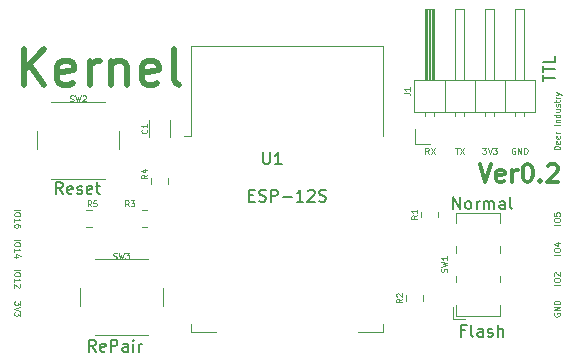
<source format=gto>
%TF.GenerationSoftware,KiCad,Pcbnew,(5.1.9-0-10_14)*%
%TF.CreationDate,2021-03-23T08:31:54+08:00*%
%TF.ProjectId,Kernel,4b65726e-656c-42e6-9b69-6361645f7063,rev?*%
%TF.SameCoordinates,Original*%
%TF.FileFunction,Legend,Top*%
%TF.FilePolarity,Positive*%
%FSLAX46Y46*%
G04 Gerber Fmt 4.6, Leading zero omitted, Abs format (unit mm)*
G04 Created by KiCad (PCBNEW (5.1.9-0-10_14)) date 2021-03-23 08:31:54*
%MOMM*%
%LPD*%
G01*
G04 APERTURE LIST*
%ADD10C,0.100000*%
%ADD11C,0.300000*%
%ADD12C,0.125000*%
%ADD13C,0.500000*%
%ADD14C,0.200000*%
%ADD15C,0.120000*%
%ADD16C,0.150000*%
G04 APERTURE END LIST*
D10*
X120241190Y-39857857D02*
X119741190Y-39857857D01*
X119741190Y-39738809D01*
X119765000Y-39667380D01*
X119812619Y-39619761D01*
X119860238Y-39595952D01*
X119955476Y-39572142D01*
X120026904Y-39572142D01*
X120122142Y-39595952D01*
X120169761Y-39619761D01*
X120217380Y-39667380D01*
X120241190Y-39738809D01*
X120241190Y-39857857D01*
X120217380Y-39167380D02*
X120241190Y-39215000D01*
X120241190Y-39310238D01*
X120217380Y-39357857D01*
X120169761Y-39381666D01*
X119979285Y-39381666D01*
X119931666Y-39357857D01*
X119907857Y-39310238D01*
X119907857Y-39215000D01*
X119931666Y-39167380D01*
X119979285Y-39143571D01*
X120026904Y-39143571D01*
X120074523Y-39381666D01*
X120217380Y-38738809D02*
X120241190Y-38786428D01*
X120241190Y-38881666D01*
X120217380Y-38929285D01*
X120169761Y-38953095D01*
X119979285Y-38953095D01*
X119931666Y-38929285D01*
X119907857Y-38881666D01*
X119907857Y-38786428D01*
X119931666Y-38738809D01*
X119979285Y-38715000D01*
X120026904Y-38715000D01*
X120074523Y-38953095D01*
X120241190Y-38500714D02*
X119907857Y-38500714D01*
X120003095Y-38500714D02*
X119955476Y-38476904D01*
X119931666Y-38453095D01*
X119907857Y-38405476D01*
X119907857Y-38357857D01*
X120241190Y-37810238D02*
X119741190Y-37810238D01*
X119907857Y-37572142D02*
X120241190Y-37572142D01*
X119955476Y-37572142D02*
X119931666Y-37548333D01*
X119907857Y-37500714D01*
X119907857Y-37429285D01*
X119931666Y-37381666D01*
X119979285Y-37357857D01*
X120241190Y-37357857D01*
X120241190Y-36905476D02*
X119741190Y-36905476D01*
X120217380Y-36905476D02*
X120241190Y-36953095D01*
X120241190Y-37048333D01*
X120217380Y-37095952D01*
X120193571Y-37119761D01*
X120145952Y-37143571D01*
X120003095Y-37143571D01*
X119955476Y-37119761D01*
X119931666Y-37095952D01*
X119907857Y-37048333D01*
X119907857Y-36953095D01*
X119931666Y-36905476D01*
X119907857Y-36453095D02*
X120241190Y-36453095D01*
X119907857Y-36667380D02*
X120169761Y-36667380D01*
X120217380Y-36643571D01*
X120241190Y-36595952D01*
X120241190Y-36524523D01*
X120217380Y-36476904D01*
X120193571Y-36453095D01*
X120217380Y-36238809D02*
X120241190Y-36191190D01*
X120241190Y-36095952D01*
X120217380Y-36048333D01*
X120169761Y-36024523D01*
X120145952Y-36024523D01*
X120098333Y-36048333D01*
X120074523Y-36095952D01*
X120074523Y-36167380D01*
X120050714Y-36215000D01*
X120003095Y-36238809D01*
X119979285Y-36238809D01*
X119931666Y-36215000D01*
X119907857Y-36167380D01*
X119907857Y-36095952D01*
X119931666Y-36048333D01*
X119907857Y-35881666D02*
X119907857Y-35691190D01*
X119741190Y-35810238D02*
X120169761Y-35810238D01*
X120217380Y-35786428D01*
X120241190Y-35738809D01*
X120241190Y-35691190D01*
X120241190Y-35524523D02*
X119907857Y-35524523D01*
X120003095Y-35524523D02*
X119955476Y-35500714D01*
X119931666Y-35476904D01*
X119907857Y-35429285D01*
X119907857Y-35381666D01*
X119907857Y-35262619D02*
X120241190Y-35143571D01*
X119907857Y-35024523D02*
X120241190Y-35143571D01*
X120360238Y-35191190D01*
X120384047Y-35215000D01*
X120407857Y-35262619D01*
D11*
X113447142Y-41088571D02*
X113947142Y-42588571D01*
X114447142Y-41088571D01*
X115518571Y-42517142D02*
X115375714Y-42588571D01*
X115090000Y-42588571D01*
X114947142Y-42517142D01*
X114875714Y-42374285D01*
X114875714Y-41802857D01*
X114947142Y-41660000D01*
X115090000Y-41588571D01*
X115375714Y-41588571D01*
X115518571Y-41660000D01*
X115590000Y-41802857D01*
X115590000Y-41945714D01*
X114875714Y-42088571D01*
X116232857Y-42588571D02*
X116232857Y-41588571D01*
X116232857Y-41874285D02*
X116304285Y-41731428D01*
X116375714Y-41660000D01*
X116518571Y-41588571D01*
X116661428Y-41588571D01*
X117447142Y-41088571D02*
X117590000Y-41088571D01*
X117732857Y-41160000D01*
X117804285Y-41231428D01*
X117875714Y-41374285D01*
X117947142Y-41660000D01*
X117947142Y-42017142D01*
X117875714Y-42302857D01*
X117804285Y-42445714D01*
X117732857Y-42517142D01*
X117590000Y-42588571D01*
X117447142Y-42588571D01*
X117304285Y-42517142D01*
X117232857Y-42445714D01*
X117161428Y-42302857D01*
X117090000Y-42017142D01*
X117090000Y-41660000D01*
X117161428Y-41374285D01*
X117232857Y-41231428D01*
X117304285Y-41160000D01*
X117447142Y-41088571D01*
X118590000Y-42445714D02*
X118661428Y-42517142D01*
X118590000Y-42588571D01*
X118518571Y-42517142D01*
X118590000Y-42445714D01*
X118590000Y-42588571D01*
X119232857Y-41231428D02*
X119304285Y-41160000D01*
X119447142Y-41088571D01*
X119804285Y-41088571D01*
X119947142Y-41160000D01*
X120018571Y-41231428D01*
X120090000Y-41374285D01*
X120090000Y-41517142D01*
X120018571Y-41731428D01*
X119161428Y-42588571D01*
X120090000Y-42588571D01*
D12*
X116459047Y-39755000D02*
X116411428Y-39731190D01*
X116340000Y-39731190D01*
X116268571Y-39755000D01*
X116220952Y-39802619D01*
X116197142Y-39850238D01*
X116173333Y-39945476D01*
X116173333Y-40016904D01*
X116197142Y-40112142D01*
X116220952Y-40159761D01*
X116268571Y-40207380D01*
X116340000Y-40231190D01*
X116387619Y-40231190D01*
X116459047Y-40207380D01*
X116482857Y-40183571D01*
X116482857Y-40016904D01*
X116387619Y-40016904D01*
X116697142Y-40231190D02*
X116697142Y-39731190D01*
X116982857Y-40231190D01*
X116982857Y-39731190D01*
X117220952Y-40231190D02*
X117220952Y-39731190D01*
X117340000Y-39731190D01*
X117411428Y-39755000D01*
X117459047Y-39802619D01*
X117482857Y-39850238D01*
X117506666Y-39945476D01*
X117506666Y-40016904D01*
X117482857Y-40112142D01*
X117459047Y-40159761D01*
X117411428Y-40207380D01*
X117340000Y-40231190D01*
X117220952Y-40231190D01*
X113680952Y-39731190D02*
X113990476Y-39731190D01*
X113823809Y-39921666D01*
X113895238Y-39921666D01*
X113942857Y-39945476D01*
X113966666Y-39969285D01*
X113990476Y-40016904D01*
X113990476Y-40135952D01*
X113966666Y-40183571D01*
X113942857Y-40207380D01*
X113895238Y-40231190D01*
X113752380Y-40231190D01*
X113704761Y-40207380D01*
X113680952Y-40183571D01*
X114133333Y-39731190D02*
X114300000Y-40231190D01*
X114466666Y-39731190D01*
X114585714Y-39731190D02*
X114895238Y-39731190D01*
X114728571Y-39921666D01*
X114800000Y-39921666D01*
X114847619Y-39945476D01*
X114871428Y-39969285D01*
X114895238Y-40016904D01*
X114895238Y-40135952D01*
X114871428Y-40183571D01*
X114847619Y-40207380D01*
X114800000Y-40231190D01*
X114657142Y-40231190D01*
X114609523Y-40207380D01*
X114585714Y-40183571D01*
X109136666Y-40231190D02*
X108970000Y-39993095D01*
X108850952Y-40231190D02*
X108850952Y-39731190D01*
X109041428Y-39731190D01*
X109089047Y-39755000D01*
X109112857Y-39778809D01*
X109136666Y-39826428D01*
X109136666Y-39897857D01*
X109112857Y-39945476D01*
X109089047Y-39969285D01*
X109041428Y-39993095D01*
X108850952Y-39993095D01*
X109303333Y-39731190D02*
X109636666Y-40231190D01*
X109636666Y-39731190D02*
X109303333Y-40231190D01*
X111379047Y-39731190D02*
X111664761Y-39731190D01*
X111521904Y-40231190D02*
X111521904Y-39731190D01*
X111783809Y-39731190D02*
X112117142Y-40231190D01*
X112117142Y-39731190D02*
X111783809Y-40231190D01*
D13*
X74851428Y-34377142D02*
X74851428Y-31377142D01*
X76565714Y-34377142D02*
X75280000Y-32662857D01*
X76565714Y-31377142D02*
X74851428Y-33091428D01*
X78994285Y-34234285D02*
X78708571Y-34377142D01*
X78137142Y-34377142D01*
X77851428Y-34234285D01*
X77708571Y-33948571D01*
X77708571Y-32805714D01*
X77851428Y-32520000D01*
X78137142Y-32377142D01*
X78708571Y-32377142D01*
X78994285Y-32520000D01*
X79137142Y-32805714D01*
X79137142Y-33091428D01*
X77708571Y-33377142D01*
X80422857Y-34377142D02*
X80422857Y-32377142D01*
X80422857Y-32948571D02*
X80565714Y-32662857D01*
X80708571Y-32520000D01*
X80994285Y-32377142D01*
X81280000Y-32377142D01*
X82280000Y-32377142D02*
X82280000Y-34377142D01*
X82280000Y-32662857D02*
X82422857Y-32520000D01*
X82708571Y-32377142D01*
X83137142Y-32377142D01*
X83422857Y-32520000D01*
X83565714Y-32805714D01*
X83565714Y-34377142D01*
X86137142Y-34234285D02*
X85851428Y-34377142D01*
X85280000Y-34377142D01*
X84994285Y-34234285D01*
X84851428Y-33948571D01*
X84851428Y-32805714D01*
X84994285Y-32520000D01*
X85280000Y-32377142D01*
X85851428Y-32377142D01*
X86137142Y-32520000D01*
X86280000Y-32805714D01*
X86280000Y-33091428D01*
X84851428Y-33377142D01*
X87994285Y-34377142D02*
X87708571Y-34234285D01*
X87565714Y-33948571D01*
X87565714Y-31377142D01*
D14*
X111236428Y-44902380D02*
X111236428Y-43902380D01*
X111807857Y-44902380D01*
X111807857Y-43902380D01*
X112426904Y-44902380D02*
X112331666Y-44854761D01*
X112284047Y-44807142D01*
X112236428Y-44711904D01*
X112236428Y-44426190D01*
X112284047Y-44330952D01*
X112331666Y-44283333D01*
X112426904Y-44235714D01*
X112569761Y-44235714D01*
X112665000Y-44283333D01*
X112712619Y-44330952D01*
X112760238Y-44426190D01*
X112760238Y-44711904D01*
X112712619Y-44807142D01*
X112665000Y-44854761D01*
X112569761Y-44902380D01*
X112426904Y-44902380D01*
X113188809Y-44902380D02*
X113188809Y-44235714D01*
X113188809Y-44426190D02*
X113236428Y-44330952D01*
X113284047Y-44283333D01*
X113379285Y-44235714D01*
X113474523Y-44235714D01*
X113807857Y-44902380D02*
X113807857Y-44235714D01*
X113807857Y-44330952D02*
X113855476Y-44283333D01*
X113950714Y-44235714D01*
X114093571Y-44235714D01*
X114188809Y-44283333D01*
X114236428Y-44378571D01*
X114236428Y-44902380D01*
X114236428Y-44378571D02*
X114284047Y-44283333D01*
X114379285Y-44235714D01*
X114522142Y-44235714D01*
X114617380Y-44283333D01*
X114665000Y-44378571D01*
X114665000Y-44902380D01*
X115569761Y-44902380D02*
X115569761Y-44378571D01*
X115522142Y-44283333D01*
X115426904Y-44235714D01*
X115236428Y-44235714D01*
X115141190Y-44283333D01*
X115569761Y-44854761D02*
X115474523Y-44902380D01*
X115236428Y-44902380D01*
X115141190Y-44854761D01*
X115093571Y-44759523D01*
X115093571Y-44664285D01*
X115141190Y-44569047D01*
X115236428Y-44521428D01*
X115474523Y-44521428D01*
X115569761Y-44473809D01*
X116188809Y-44902380D02*
X116093571Y-44854761D01*
X116045952Y-44759523D01*
X116045952Y-43902380D01*
X112236428Y-55173571D02*
X111903095Y-55173571D01*
X111903095Y-55697380D02*
X111903095Y-54697380D01*
X112379285Y-54697380D01*
X112903095Y-55697380D02*
X112807857Y-55649761D01*
X112760238Y-55554523D01*
X112760238Y-54697380D01*
X113712619Y-55697380D02*
X113712619Y-55173571D01*
X113665000Y-55078333D01*
X113569761Y-55030714D01*
X113379285Y-55030714D01*
X113284047Y-55078333D01*
X113712619Y-55649761D02*
X113617380Y-55697380D01*
X113379285Y-55697380D01*
X113284047Y-55649761D01*
X113236428Y-55554523D01*
X113236428Y-55459285D01*
X113284047Y-55364047D01*
X113379285Y-55316428D01*
X113617380Y-55316428D01*
X113712619Y-55268809D01*
X114141190Y-55649761D02*
X114236428Y-55697380D01*
X114426904Y-55697380D01*
X114522142Y-55649761D01*
X114569761Y-55554523D01*
X114569761Y-55506904D01*
X114522142Y-55411666D01*
X114426904Y-55364047D01*
X114284047Y-55364047D01*
X114188809Y-55316428D01*
X114141190Y-55221190D01*
X114141190Y-55173571D01*
X114188809Y-55078333D01*
X114284047Y-55030714D01*
X114426904Y-55030714D01*
X114522142Y-55078333D01*
X114998333Y-55697380D02*
X114998333Y-54697380D01*
X115426904Y-55697380D02*
X115426904Y-55173571D01*
X115379285Y-55078333D01*
X115284047Y-55030714D01*
X115141190Y-55030714D01*
X115045952Y-55078333D01*
X114998333Y-55125952D01*
D12*
X119765000Y-53720952D02*
X119741190Y-53768571D01*
X119741190Y-53840000D01*
X119765000Y-53911428D01*
X119812619Y-53959047D01*
X119860238Y-53982857D01*
X119955476Y-54006666D01*
X120026904Y-54006666D01*
X120122142Y-53982857D01*
X120169761Y-53959047D01*
X120217380Y-53911428D01*
X120241190Y-53840000D01*
X120241190Y-53792380D01*
X120217380Y-53720952D01*
X120193571Y-53697142D01*
X120026904Y-53697142D01*
X120026904Y-53792380D01*
X120241190Y-53482857D02*
X119741190Y-53482857D01*
X120241190Y-53197142D01*
X119741190Y-53197142D01*
X120241190Y-52959047D02*
X119741190Y-52959047D01*
X119741190Y-52840000D01*
X119765000Y-52768571D01*
X119812619Y-52720952D01*
X119860238Y-52697142D01*
X119955476Y-52673333D01*
X120026904Y-52673333D01*
X120122142Y-52697142D01*
X120169761Y-52720952D01*
X120217380Y-52768571D01*
X120241190Y-52840000D01*
X120241190Y-52959047D01*
X120241190Y-51300000D02*
X119741190Y-51300000D01*
X119741190Y-50966666D02*
X119741190Y-50871428D01*
X119765000Y-50823809D01*
X119812619Y-50776190D01*
X119907857Y-50752380D01*
X120074523Y-50752380D01*
X120169761Y-50776190D01*
X120217380Y-50823809D01*
X120241190Y-50871428D01*
X120241190Y-50966666D01*
X120217380Y-51014285D01*
X120169761Y-51061904D01*
X120074523Y-51085714D01*
X119907857Y-51085714D01*
X119812619Y-51061904D01*
X119765000Y-51014285D01*
X119741190Y-50966666D01*
X119788809Y-50561904D02*
X119765000Y-50538095D01*
X119741190Y-50490476D01*
X119741190Y-50371428D01*
X119765000Y-50323809D01*
X119788809Y-50300000D01*
X119836428Y-50276190D01*
X119884047Y-50276190D01*
X119955476Y-50300000D01*
X120241190Y-50585714D01*
X120241190Y-50276190D01*
X120241190Y-48760000D02*
X119741190Y-48760000D01*
X119741190Y-48426666D02*
X119741190Y-48331428D01*
X119765000Y-48283809D01*
X119812619Y-48236190D01*
X119907857Y-48212380D01*
X120074523Y-48212380D01*
X120169761Y-48236190D01*
X120217380Y-48283809D01*
X120241190Y-48331428D01*
X120241190Y-48426666D01*
X120217380Y-48474285D01*
X120169761Y-48521904D01*
X120074523Y-48545714D01*
X119907857Y-48545714D01*
X119812619Y-48521904D01*
X119765000Y-48474285D01*
X119741190Y-48426666D01*
X119907857Y-47783809D02*
X120241190Y-47783809D01*
X119717380Y-47902857D02*
X120074523Y-48021904D01*
X120074523Y-47712380D01*
X120241190Y-46220000D02*
X119741190Y-46220000D01*
X119741190Y-45886666D02*
X119741190Y-45791428D01*
X119765000Y-45743809D01*
X119812619Y-45696190D01*
X119907857Y-45672380D01*
X120074523Y-45672380D01*
X120169761Y-45696190D01*
X120217380Y-45743809D01*
X120241190Y-45791428D01*
X120241190Y-45886666D01*
X120217380Y-45934285D01*
X120169761Y-45981904D01*
X120074523Y-46005714D01*
X119907857Y-46005714D01*
X119812619Y-45981904D01*
X119765000Y-45934285D01*
X119741190Y-45886666D01*
X119741190Y-45220000D02*
X119741190Y-45458095D01*
X119979285Y-45481904D01*
X119955476Y-45458095D01*
X119931666Y-45410476D01*
X119931666Y-45291428D01*
X119955476Y-45243809D01*
X119979285Y-45220000D01*
X120026904Y-45196190D01*
X120145952Y-45196190D01*
X120193571Y-45220000D01*
X120217380Y-45243809D01*
X120241190Y-45291428D01*
X120241190Y-45410476D01*
X120217380Y-45458095D01*
X120193571Y-45481904D01*
X74568809Y-52720952D02*
X74568809Y-53030476D01*
X74378333Y-52863809D01*
X74378333Y-52935238D01*
X74354523Y-52982857D01*
X74330714Y-53006666D01*
X74283095Y-53030476D01*
X74164047Y-53030476D01*
X74116428Y-53006666D01*
X74092619Y-52982857D01*
X74068809Y-52935238D01*
X74068809Y-52792380D01*
X74092619Y-52744761D01*
X74116428Y-52720952D01*
X74568809Y-53173333D02*
X74068809Y-53340000D01*
X74568809Y-53506666D01*
X74568809Y-53625714D02*
X74568809Y-53935238D01*
X74378333Y-53768571D01*
X74378333Y-53840000D01*
X74354523Y-53887619D01*
X74330714Y-53911428D01*
X74283095Y-53935238D01*
X74164047Y-53935238D01*
X74116428Y-53911428D01*
X74092619Y-53887619D01*
X74068809Y-53840000D01*
X74068809Y-53697142D01*
X74092619Y-53649523D01*
X74116428Y-53625714D01*
X74068809Y-50061904D02*
X74568809Y-50061904D01*
X74568809Y-50395238D02*
X74568809Y-50490476D01*
X74545000Y-50538095D01*
X74497380Y-50585714D01*
X74402142Y-50609523D01*
X74235476Y-50609523D01*
X74140238Y-50585714D01*
X74092619Y-50538095D01*
X74068809Y-50490476D01*
X74068809Y-50395238D01*
X74092619Y-50347619D01*
X74140238Y-50300000D01*
X74235476Y-50276190D01*
X74402142Y-50276190D01*
X74497380Y-50300000D01*
X74545000Y-50347619D01*
X74568809Y-50395238D01*
X74068809Y-51085714D02*
X74068809Y-50800000D01*
X74068809Y-50942857D02*
X74568809Y-50942857D01*
X74497380Y-50895238D01*
X74449761Y-50847619D01*
X74425952Y-50800000D01*
X74521190Y-51276190D02*
X74545000Y-51300000D01*
X74568809Y-51347619D01*
X74568809Y-51466666D01*
X74545000Y-51514285D01*
X74521190Y-51538095D01*
X74473571Y-51561904D01*
X74425952Y-51561904D01*
X74354523Y-51538095D01*
X74068809Y-51252380D01*
X74068809Y-51561904D01*
X74068809Y-47521904D02*
X74568809Y-47521904D01*
X74568809Y-47855238D02*
X74568809Y-47950476D01*
X74545000Y-47998095D01*
X74497380Y-48045714D01*
X74402142Y-48069523D01*
X74235476Y-48069523D01*
X74140238Y-48045714D01*
X74092619Y-47998095D01*
X74068809Y-47950476D01*
X74068809Y-47855238D01*
X74092619Y-47807619D01*
X74140238Y-47760000D01*
X74235476Y-47736190D01*
X74402142Y-47736190D01*
X74497380Y-47760000D01*
X74545000Y-47807619D01*
X74568809Y-47855238D01*
X74068809Y-48545714D02*
X74068809Y-48260000D01*
X74068809Y-48402857D02*
X74568809Y-48402857D01*
X74497380Y-48355238D01*
X74449761Y-48307619D01*
X74425952Y-48260000D01*
X74402142Y-48974285D02*
X74068809Y-48974285D01*
X74592619Y-48855238D02*
X74235476Y-48736190D01*
X74235476Y-49045714D01*
X74068809Y-44981904D02*
X74568809Y-44981904D01*
X74568809Y-45315238D02*
X74568809Y-45410476D01*
X74545000Y-45458095D01*
X74497380Y-45505714D01*
X74402142Y-45529523D01*
X74235476Y-45529523D01*
X74140238Y-45505714D01*
X74092619Y-45458095D01*
X74068809Y-45410476D01*
X74068809Y-45315238D01*
X74092619Y-45267619D01*
X74140238Y-45220000D01*
X74235476Y-45196190D01*
X74402142Y-45196190D01*
X74497380Y-45220000D01*
X74545000Y-45267619D01*
X74568809Y-45315238D01*
X74068809Y-46005714D02*
X74068809Y-45720000D01*
X74068809Y-45862857D02*
X74568809Y-45862857D01*
X74497380Y-45815238D01*
X74449761Y-45767619D01*
X74425952Y-45720000D01*
X74568809Y-46434285D02*
X74568809Y-46339047D01*
X74545000Y-46291428D01*
X74521190Y-46267619D01*
X74449761Y-46220000D01*
X74354523Y-46196190D01*
X74164047Y-46196190D01*
X74116428Y-46220000D01*
X74092619Y-46243809D01*
X74068809Y-46291428D01*
X74068809Y-46386666D01*
X74092619Y-46434285D01*
X74116428Y-46458095D01*
X74164047Y-46481904D01*
X74283095Y-46481904D01*
X74330714Y-46458095D01*
X74354523Y-46434285D01*
X74378333Y-46386666D01*
X74378333Y-46291428D01*
X74354523Y-46243809D01*
X74330714Y-46220000D01*
X74283095Y-46196190D01*
D15*
%TO.C,U1*%
X89035000Y-38680000D02*
X88425000Y-38680000D01*
X89035000Y-38680000D02*
X89035000Y-31060000D01*
X89035000Y-55300000D02*
X89035000Y-54680000D01*
X91155000Y-55300000D02*
X89035000Y-55300000D01*
X105275000Y-55300000D02*
X103155000Y-55300000D01*
X105275000Y-54680000D02*
X105275000Y-55300000D01*
X105275000Y-31060000D02*
X105275000Y-38680000D01*
X89035000Y-31060000D02*
X105275000Y-31060000D01*
%TO.C,SW3*%
X79610000Y-51610000D02*
X79610000Y-53110000D01*
X80860000Y-55610000D02*
X85360000Y-55610000D01*
X86610000Y-53110000D02*
X86610000Y-51610000D01*
X85360000Y-49110000D02*
X80860000Y-49110000D01*
%TO.C,SW2*%
X82950000Y-39830000D02*
X82950000Y-38330000D01*
X81700000Y-35830000D02*
X77200000Y-35830000D01*
X75950000Y-38330000D02*
X75950000Y-39830000D01*
X77200000Y-42330000D02*
X81700000Y-42330000D01*
%TO.C,J1*%
X107950000Y-39370000D02*
X107950000Y-38100000D01*
X109220000Y-39370000D02*
X107950000Y-39370000D01*
X117220000Y-37057071D02*
X117220000Y-36660000D01*
X116460000Y-37057071D02*
X116460000Y-36660000D01*
X117220000Y-28000000D02*
X117220000Y-34000000D01*
X116460000Y-28000000D02*
X117220000Y-28000000D01*
X116460000Y-34000000D02*
X116460000Y-28000000D01*
X115570000Y-36660000D02*
X115570000Y-34000000D01*
X114680000Y-37057071D02*
X114680000Y-36660000D01*
X113920000Y-37057071D02*
X113920000Y-36660000D01*
X114680000Y-28000000D02*
X114680000Y-34000000D01*
X113920000Y-28000000D02*
X114680000Y-28000000D01*
X113920000Y-34000000D02*
X113920000Y-28000000D01*
X113030000Y-36660000D02*
X113030000Y-34000000D01*
X112140000Y-37057071D02*
X112140000Y-36660000D01*
X111380000Y-37057071D02*
X111380000Y-36660000D01*
X112140000Y-28000000D02*
X112140000Y-34000000D01*
X111380000Y-28000000D02*
X112140000Y-28000000D01*
X111380000Y-34000000D02*
X111380000Y-28000000D01*
X110490000Y-36660000D02*
X110490000Y-34000000D01*
X109600000Y-36990000D02*
X109600000Y-36660000D01*
X108840000Y-36990000D02*
X108840000Y-36660000D01*
X109500000Y-34000000D02*
X109500000Y-28000000D01*
X109380000Y-34000000D02*
X109380000Y-28000000D01*
X109260000Y-34000000D02*
X109260000Y-28000000D01*
X109140000Y-34000000D02*
X109140000Y-28000000D01*
X109020000Y-34000000D02*
X109020000Y-28000000D01*
X108900000Y-34000000D02*
X108900000Y-28000000D01*
X109600000Y-28000000D02*
X109600000Y-34000000D01*
X108840000Y-28000000D02*
X109600000Y-28000000D01*
X108840000Y-34000000D02*
X108840000Y-28000000D01*
X107890000Y-34000000D02*
X107890000Y-36660000D01*
X118170000Y-34000000D02*
X107890000Y-34000000D01*
X118170000Y-36660000D02*
X118170000Y-34000000D01*
X107890000Y-36660000D02*
X118170000Y-36660000D01*
%TO.C,R5*%
X80594564Y-44985000D02*
X80140436Y-44985000D01*
X80594564Y-46455000D02*
X80140436Y-46455000D01*
%TO.C,SW1*%
X111485000Y-53920000D02*
X111485000Y-53070000D01*
X111485000Y-51070000D02*
X111485000Y-50540000D01*
X111485000Y-48600000D02*
X111485000Y-48040000D01*
X111485000Y-46100000D02*
X111485000Y-45220000D01*
X111485000Y-45220000D02*
X115185000Y-45220000D01*
X115185000Y-45220000D02*
X115185000Y-46090000D01*
X115185000Y-48050000D02*
X115185000Y-48600000D01*
X115185000Y-50540000D02*
X115185000Y-51100000D01*
X115185000Y-53040000D02*
X115185000Y-53920000D01*
X115185000Y-53920000D02*
X111485000Y-53920000D01*
X112185000Y-54220000D02*
X111185000Y-54220000D01*
X111185000Y-54220000D02*
X111185000Y-53220000D01*
%TO.C,R4*%
X87095000Y-42317936D02*
X87095000Y-42772064D01*
X85625000Y-42317936D02*
X85625000Y-42772064D01*
%TO.C,R3*%
X84862936Y-44985000D02*
X85317064Y-44985000D01*
X84862936Y-46455000D02*
X85317064Y-46455000D01*
%TO.C,R2*%
X107215000Y-52654564D02*
X107215000Y-52200436D01*
X108685000Y-52654564D02*
X108685000Y-52200436D01*
%TO.C,R1*%
X109955000Y-45135436D02*
X109955000Y-45589564D01*
X108485000Y-45135436D02*
X108485000Y-45589564D01*
%TO.C,C1*%
X85450000Y-38811252D02*
X85450000Y-37388748D01*
X87270000Y-38811252D02*
X87270000Y-37388748D01*
%TO.C,U1*%
D16*
X95123095Y-40092380D02*
X95123095Y-40901904D01*
X95170714Y-40997142D01*
X95218333Y-41044761D01*
X95313571Y-41092380D01*
X95504047Y-41092380D01*
X95599285Y-41044761D01*
X95646904Y-40997142D01*
X95694523Y-40901904D01*
X95694523Y-40092380D01*
X96694523Y-41092380D02*
X96123095Y-41092380D01*
X96408809Y-41092380D02*
X96408809Y-40092380D01*
X96313571Y-40235238D01*
X96218333Y-40330476D01*
X96123095Y-40378095D01*
X93916904Y-43743571D02*
X94250238Y-43743571D01*
X94393095Y-44267380D02*
X93916904Y-44267380D01*
X93916904Y-43267380D01*
X94393095Y-43267380D01*
X94774047Y-44219761D02*
X94916904Y-44267380D01*
X95155000Y-44267380D01*
X95250238Y-44219761D01*
X95297857Y-44172142D01*
X95345476Y-44076904D01*
X95345476Y-43981666D01*
X95297857Y-43886428D01*
X95250238Y-43838809D01*
X95155000Y-43791190D01*
X94964523Y-43743571D01*
X94869285Y-43695952D01*
X94821666Y-43648333D01*
X94774047Y-43553095D01*
X94774047Y-43457857D01*
X94821666Y-43362619D01*
X94869285Y-43315000D01*
X94964523Y-43267380D01*
X95202619Y-43267380D01*
X95345476Y-43315000D01*
X95774047Y-44267380D02*
X95774047Y-43267380D01*
X96155000Y-43267380D01*
X96250238Y-43315000D01*
X96297857Y-43362619D01*
X96345476Y-43457857D01*
X96345476Y-43600714D01*
X96297857Y-43695952D01*
X96250238Y-43743571D01*
X96155000Y-43791190D01*
X95774047Y-43791190D01*
X96774047Y-43886428D02*
X97535952Y-43886428D01*
X98535952Y-44267380D02*
X97964523Y-44267380D01*
X98250238Y-44267380D02*
X98250238Y-43267380D01*
X98155000Y-43410238D01*
X98059761Y-43505476D01*
X97964523Y-43553095D01*
X98916904Y-43362619D02*
X98964523Y-43315000D01*
X99059761Y-43267380D01*
X99297857Y-43267380D01*
X99393095Y-43315000D01*
X99440714Y-43362619D01*
X99488333Y-43457857D01*
X99488333Y-43553095D01*
X99440714Y-43695952D01*
X98869285Y-44267380D01*
X99488333Y-44267380D01*
X99869285Y-44219761D02*
X100012142Y-44267380D01*
X100250238Y-44267380D01*
X100345476Y-44219761D01*
X100393095Y-44172142D01*
X100440714Y-44076904D01*
X100440714Y-43981666D01*
X100393095Y-43886428D01*
X100345476Y-43838809D01*
X100250238Y-43791190D01*
X100059761Y-43743571D01*
X99964523Y-43695952D01*
X99916904Y-43648333D01*
X99869285Y-43553095D01*
X99869285Y-43457857D01*
X99916904Y-43362619D01*
X99964523Y-43315000D01*
X100059761Y-43267380D01*
X100297857Y-43267380D01*
X100440714Y-43315000D01*
%TO.C,SW3*%
D10*
X82443333Y-49097380D02*
X82514761Y-49121190D01*
X82633809Y-49121190D01*
X82681428Y-49097380D01*
X82705238Y-49073571D01*
X82729047Y-49025952D01*
X82729047Y-48978333D01*
X82705238Y-48930714D01*
X82681428Y-48906904D01*
X82633809Y-48883095D01*
X82538571Y-48859285D01*
X82490952Y-48835476D01*
X82467142Y-48811666D01*
X82443333Y-48764047D01*
X82443333Y-48716428D01*
X82467142Y-48668809D01*
X82490952Y-48645000D01*
X82538571Y-48621190D01*
X82657619Y-48621190D01*
X82729047Y-48645000D01*
X82895714Y-48621190D02*
X83014761Y-49121190D01*
X83110000Y-48764047D01*
X83205238Y-49121190D01*
X83324285Y-48621190D01*
X83467142Y-48621190D02*
X83776666Y-48621190D01*
X83610000Y-48811666D01*
X83681428Y-48811666D01*
X83729047Y-48835476D01*
X83752857Y-48859285D01*
X83776666Y-48906904D01*
X83776666Y-49025952D01*
X83752857Y-49073571D01*
X83729047Y-49097380D01*
X83681428Y-49121190D01*
X83538571Y-49121190D01*
X83490952Y-49097380D01*
X83467142Y-49073571D01*
D16*
X80930952Y-56967380D02*
X80597619Y-56491190D01*
X80359523Y-56967380D02*
X80359523Y-55967380D01*
X80740476Y-55967380D01*
X80835714Y-56015000D01*
X80883333Y-56062619D01*
X80930952Y-56157857D01*
X80930952Y-56300714D01*
X80883333Y-56395952D01*
X80835714Y-56443571D01*
X80740476Y-56491190D01*
X80359523Y-56491190D01*
X81740476Y-56919761D02*
X81645238Y-56967380D01*
X81454761Y-56967380D01*
X81359523Y-56919761D01*
X81311904Y-56824523D01*
X81311904Y-56443571D01*
X81359523Y-56348333D01*
X81454761Y-56300714D01*
X81645238Y-56300714D01*
X81740476Y-56348333D01*
X81788095Y-56443571D01*
X81788095Y-56538809D01*
X81311904Y-56634047D01*
X82216666Y-56967380D02*
X82216666Y-55967380D01*
X82597619Y-55967380D01*
X82692857Y-56015000D01*
X82740476Y-56062619D01*
X82788095Y-56157857D01*
X82788095Y-56300714D01*
X82740476Y-56395952D01*
X82692857Y-56443571D01*
X82597619Y-56491190D01*
X82216666Y-56491190D01*
X83645238Y-56967380D02*
X83645238Y-56443571D01*
X83597619Y-56348333D01*
X83502380Y-56300714D01*
X83311904Y-56300714D01*
X83216666Y-56348333D01*
X83645238Y-56919761D02*
X83550000Y-56967380D01*
X83311904Y-56967380D01*
X83216666Y-56919761D01*
X83169047Y-56824523D01*
X83169047Y-56729285D01*
X83216666Y-56634047D01*
X83311904Y-56586428D01*
X83550000Y-56586428D01*
X83645238Y-56538809D01*
X84121428Y-56967380D02*
X84121428Y-56300714D01*
X84121428Y-55967380D02*
X84073809Y-56015000D01*
X84121428Y-56062619D01*
X84169047Y-56015000D01*
X84121428Y-55967380D01*
X84121428Y-56062619D01*
X84597619Y-56967380D02*
X84597619Y-56300714D01*
X84597619Y-56491190D02*
X84645238Y-56395952D01*
X84692857Y-56348333D01*
X84788095Y-56300714D01*
X84883333Y-56300714D01*
%TO.C,SW2*%
D10*
X78783333Y-35762380D02*
X78854761Y-35786190D01*
X78973809Y-35786190D01*
X79021428Y-35762380D01*
X79045238Y-35738571D01*
X79069047Y-35690952D01*
X79069047Y-35643333D01*
X79045238Y-35595714D01*
X79021428Y-35571904D01*
X78973809Y-35548095D01*
X78878571Y-35524285D01*
X78830952Y-35500476D01*
X78807142Y-35476666D01*
X78783333Y-35429047D01*
X78783333Y-35381428D01*
X78807142Y-35333809D01*
X78830952Y-35310000D01*
X78878571Y-35286190D01*
X78997619Y-35286190D01*
X79069047Y-35310000D01*
X79235714Y-35286190D02*
X79354761Y-35786190D01*
X79450000Y-35429047D01*
X79545238Y-35786190D01*
X79664285Y-35286190D01*
X79830952Y-35333809D02*
X79854761Y-35310000D01*
X79902380Y-35286190D01*
X80021428Y-35286190D01*
X80069047Y-35310000D01*
X80092857Y-35333809D01*
X80116666Y-35381428D01*
X80116666Y-35429047D01*
X80092857Y-35500476D01*
X79807142Y-35786190D01*
X80116666Y-35786190D01*
D16*
X78136904Y-43632380D02*
X77803571Y-43156190D01*
X77565476Y-43632380D02*
X77565476Y-42632380D01*
X77946428Y-42632380D01*
X78041666Y-42680000D01*
X78089285Y-42727619D01*
X78136904Y-42822857D01*
X78136904Y-42965714D01*
X78089285Y-43060952D01*
X78041666Y-43108571D01*
X77946428Y-43156190D01*
X77565476Y-43156190D01*
X78946428Y-43584761D02*
X78851190Y-43632380D01*
X78660714Y-43632380D01*
X78565476Y-43584761D01*
X78517857Y-43489523D01*
X78517857Y-43108571D01*
X78565476Y-43013333D01*
X78660714Y-42965714D01*
X78851190Y-42965714D01*
X78946428Y-43013333D01*
X78994047Y-43108571D01*
X78994047Y-43203809D01*
X78517857Y-43299047D01*
X79375000Y-43584761D02*
X79470238Y-43632380D01*
X79660714Y-43632380D01*
X79755952Y-43584761D01*
X79803571Y-43489523D01*
X79803571Y-43441904D01*
X79755952Y-43346666D01*
X79660714Y-43299047D01*
X79517857Y-43299047D01*
X79422619Y-43251428D01*
X79375000Y-43156190D01*
X79375000Y-43108571D01*
X79422619Y-43013333D01*
X79517857Y-42965714D01*
X79660714Y-42965714D01*
X79755952Y-43013333D01*
X80613095Y-43584761D02*
X80517857Y-43632380D01*
X80327380Y-43632380D01*
X80232142Y-43584761D01*
X80184523Y-43489523D01*
X80184523Y-43108571D01*
X80232142Y-43013333D01*
X80327380Y-42965714D01*
X80517857Y-42965714D01*
X80613095Y-43013333D01*
X80660714Y-43108571D01*
X80660714Y-43203809D01*
X80184523Y-43299047D01*
X80946428Y-42965714D02*
X81327380Y-42965714D01*
X81089285Y-42632380D02*
X81089285Y-43489523D01*
X81136904Y-43584761D01*
X81232142Y-43632380D01*
X81327380Y-43632380D01*
%TO.C,J1*%
D10*
X107041190Y-35091666D02*
X107398333Y-35091666D01*
X107469761Y-35115476D01*
X107517380Y-35163095D01*
X107541190Y-35234523D01*
X107541190Y-35282142D01*
X107541190Y-34591666D02*
X107541190Y-34877380D01*
X107541190Y-34734523D02*
X107041190Y-34734523D01*
X107112619Y-34782142D01*
X107160238Y-34829761D01*
X107184047Y-34877380D01*
D16*
X118832380Y-34091428D02*
X118832380Y-33520000D01*
X119832380Y-33805714D02*
X118832380Y-33805714D01*
X118832380Y-33329523D02*
X118832380Y-32758095D01*
X119832380Y-33043809D02*
X118832380Y-33043809D01*
X119832380Y-31948571D02*
X119832380Y-32424761D01*
X118832380Y-32424761D01*
%TO.C,R5*%
D10*
X80561666Y-44676190D02*
X80395000Y-44438095D01*
X80275952Y-44676190D02*
X80275952Y-44176190D01*
X80466428Y-44176190D01*
X80514047Y-44200000D01*
X80537857Y-44223809D01*
X80561666Y-44271428D01*
X80561666Y-44342857D01*
X80537857Y-44390476D01*
X80514047Y-44414285D01*
X80466428Y-44438095D01*
X80275952Y-44438095D01*
X81014047Y-44176190D02*
X80775952Y-44176190D01*
X80752142Y-44414285D01*
X80775952Y-44390476D01*
X80823571Y-44366666D01*
X80942619Y-44366666D01*
X80990238Y-44390476D01*
X81014047Y-44414285D01*
X81037857Y-44461904D01*
X81037857Y-44580952D01*
X81014047Y-44628571D01*
X80990238Y-44652380D01*
X80942619Y-44676190D01*
X80823571Y-44676190D01*
X80775952Y-44652380D01*
X80752142Y-44628571D01*
%TO.C,SW1*%
X110667380Y-50236666D02*
X110691190Y-50165238D01*
X110691190Y-50046190D01*
X110667380Y-49998571D01*
X110643571Y-49974761D01*
X110595952Y-49950952D01*
X110548333Y-49950952D01*
X110500714Y-49974761D01*
X110476904Y-49998571D01*
X110453095Y-50046190D01*
X110429285Y-50141428D01*
X110405476Y-50189047D01*
X110381666Y-50212857D01*
X110334047Y-50236666D01*
X110286428Y-50236666D01*
X110238809Y-50212857D01*
X110215000Y-50189047D01*
X110191190Y-50141428D01*
X110191190Y-50022380D01*
X110215000Y-49950952D01*
X110191190Y-49784285D02*
X110691190Y-49665238D01*
X110334047Y-49570000D01*
X110691190Y-49474761D01*
X110191190Y-49355714D01*
X110691190Y-48903333D02*
X110691190Y-49189047D01*
X110691190Y-49046190D02*
X110191190Y-49046190D01*
X110262619Y-49093809D01*
X110310238Y-49141428D01*
X110334047Y-49189047D01*
%TO.C,R4*%
X85316190Y-41993333D02*
X85078095Y-42160000D01*
X85316190Y-42279047D02*
X84816190Y-42279047D01*
X84816190Y-42088571D01*
X84840000Y-42040952D01*
X84863809Y-42017142D01*
X84911428Y-41993333D01*
X84982857Y-41993333D01*
X85030476Y-42017142D01*
X85054285Y-42040952D01*
X85078095Y-42088571D01*
X85078095Y-42279047D01*
X84982857Y-41564761D02*
X85316190Y-41564761D01*
X84792380Y-41683809D02*
X85149523Y-41802857D01*
X85149523Y-41493333D01*
%TO.C,R3*%
X83736666Y-44676190D02*
X83570000Y-44438095D01*
X83450952Y-44676190D02*
X83450952Y-44176190D01*
X83641428Y-44176190D01*
X83689047Y-44200000D01*
X83712857Y-44223809D01*
X83736666Y-44271428D01*
X83736666Y-44342857D01*
X83712857Y-44390476D01*
X83689047Y-44414285D01*
X83641428Y-44438095D01*
X83450952Y-44438095D01*
X83903333Y-44176190D02*
X84212857Y-44176190D01*
X84046190Y-44366666D01*
X84117619Y-44366666D01*
X84165238Y-44390476D01*
X84189047Y-44414285D01*
X84212857Y-44461904D01*
X84212857Y-44580952D01*
X84189047Y-44628571D01*
X84165238Y-44652380D01*
X84117619Y-44676190D01*
X83974761Y-44676190D01*
X83927142Y-44652380D01*
X83903333Y-44628571D01*
%TO.C,R2*%
X106906190Y-52510833D02*
X106668095Y-52677500D01*
X106906190Y-52796547D02*
X106406190Y-52796547D01*
X106406190Y-52606071D01*
X106430000Y-52558452D01*
X106453809Y-52534642D01*
X106501428Y-52510833D01*
X106572857Y-52510833D01*
X106620476Y-52534642D01*
X106644285Y-52558452D01*
X106668095Y-52606071D01*
X106668095Y-52796547D01*
X106453809Y-52320357D02*
X106430000Y-52296547D01*
X106406190Y-52248928D01*
X106406190Y-52129880D01*
X106430000Y-52082261D01*
X106453809Y-52058452D01*
X106501428Y-52034642D01*
X106549047Y-52034642D01*
X106620476Y-52058452D01*
X106906190Y-52344166D01*
X106906190Y-52034642D01*
%TO.C,R1*%
X108176190Y-45445833D02*
X107938095Y-45612500D01*
X108176190Y-45731547D02*
X107676190Y-45731547D01*
X107676190Y-45541071D01*
X107700000Y-45493452D01*
X107723809Y-45469642D01*
X107771428Y-45445833D01*
X107842857Y-45445833D01*
X107890476Y-45469642D01*
X107914285Y-45493452D01*
X107938095Y-45541071D01*
X107938095Y-45731547D01*
X108176190Y-44969642D02*
X108176190Y-45255357D01*
X108176190Y-45112500D02*
X107676190Y-45112500D01*
X107747619Y-45160119D01*
X107795238Y-45207738D01*
X107819047Y-45255357D01*
%TO.C,C1*%
X85268571Y-38183333D02*
X85292380Y-38207142D01*
X85316190Y-38278571D01*
X85316190Y-38326190D01*
X85292380Y-38397619D01*
X85244761Y-38445238D01*
X85197142Y-38469047D01*
X85101904Y-38492857D01*
X85030476Y-38492857D01*
X84935238Y-38469047D01*
X84887619Y-38445238D01*
X84840000Y-38397619D01*
X84816190Y-38326190D01*
X84816190Y-38278571D01*
X84840000Y-38207142D01*
X84863809Y-38183333D01*
X85316190Y-37707142D02*
X85316190Y-37992857D01*
X85316190Y-37850000D02*
X84816190Y-37850000D01*
X84887619Y-37897619D01*
X84935238Y-37945238D01*
X84959047Y-37992857D01*
%TD*%
M02*

</source>
